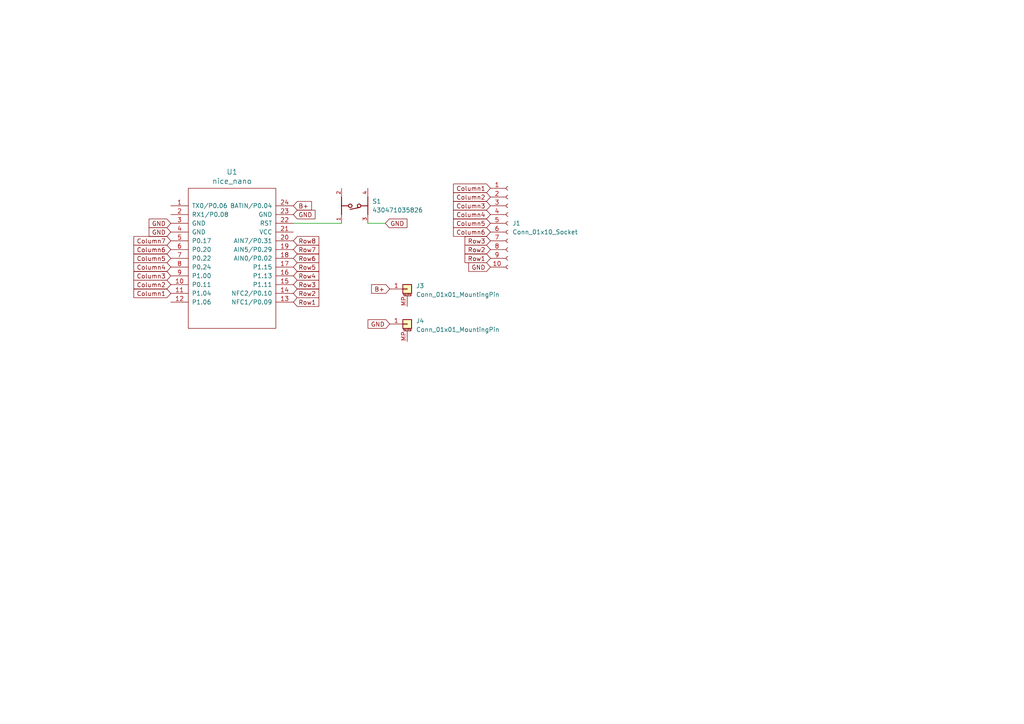
<source format=kicad_sch>
(kicad_sch (version 20230121) (generator eeschema)
  (paper "A4")
  (lib_symbols
    (symbol "Connector:Conn_01x10_Socket" (pin_names (offset 1.016) hide)
      (property "Reference" "J" (at 0 12.7 0))
      (property "Value" "Conn_01x10_Socket" (at 0 -15.24 0))
      (symbol "Conn_01x10_Socket_1_1"
        (arc (start 0 -12.192) (mid -0.5058 -12.7) (end 0 -13.208) (stroke (width 0.1524)))
        (arc (start 0 -9.652) (mid -0.5058 -10.16) (end 0 -10.668) (stroke (width 0.1524)))
        (arc (start 0 -7.112) (mid -0.5058 -7.62) (end 0 -8.128) (stroke (width 0.1524)))
        (arc (start 0 -4.572) (mid -0.5058 -5.08) (end 0 -5.588) (stroke (width 0.1524)))
        (arc (start 0 -2.032) (mid -0.5058 -2.54) (end 0 -3.048) (stroke (width 0.1524)))
        (polyline (pts (xy -1.27 -12.7) (xy -0.508 -12.7)) (stroke (width 0.1524)))
        (polyline (pts (xy -1.27 -10.16) (xy -0.508 -10.16)) (stroke (width 0.1524)))
        (polyline (pts (xy -1.27 -7.62) (xy -0.508 -7.62)) (stroke (width 0.1524)))
        (polyline (pts (xy -1.27 -5.08) (xy -0.508 -5.08)) (stroke (width 0.1524)))
        (polyline (pts (xy -1.27 -2.54) (xy -0.508 -2.54)) (stroke (width 0.1524)))
        (polyline (pts (xy -1.27 0) (xy -0.508 0)) (stroke (width 0.1524)))
        (polyline (pts (xy -1.27 2.54) (xy -0.508 2.54)) (stroke (width 0.1524)))
        (polyline (pts (xy -1.27 5.08) (xy -0.508 5.08)) (stroke (width 0.1524)))
        (polyline (pts (xy -1.27 7.62) (xy -0.508 7.62)) (stroke (width 0.1524)))
        (polyline (pts (xy -1.27 10.16) (xy -0.508 10.16)) (stroke (width 0.1524)))
        (arc (start 0 0.508) (mid -0.5058 0) (end 0 -0.508) (stroke (width 0.1524)))
        (arc (start 0 3.048) (mid -0.5058 2.54) (end 0 2.032) (stroke (width 0.1524)))
        (arc (start 0 5.588) (mid -0.5058 5.08) (end 0 4.572) (stroke (width 0.1524)))
        (arc (start 0 8.128) (mid -0.5058 7.62) (end 0 7.112) (stroke (width 0.1524)))
        (arc (start 0 10.668) (mid -0.5058 10.16) (end 0 9.652) (stroke (width 0.1524)))
        (pin passive line (at -5.08 10.16 0) (length 3.81) (name "Pin_1") (number "1"))
        (pin passive line (at -5.08 -12.7 0) (length 3.81) (name "Pin_10") (number "10"))
        (pin passive line (at -5.08 7.62 0) (length 3.81) (name "Pin_2") (number "2"))
        (pin passive line (at -5.08 5.08 0) (length 3.81) (name "Pin_3") (number "3"))
        (pin passive line (at -5.08 2.54 0) (length 3.81) (name "Pin_4") (number "4"))
        (pin passive line (at -5.08 0 0) (length 3.81) (name "Pin_5") (number "5"))
        (pin passive line (at -5.08 -2.54 0) (length 3.81) (name "Pin_6") (number "6"))
        (pin passive line (at -5.08 -5.08 0) (length 3.81) (name "Pin_7") (number "7"))
        (pin passive line (at -5.08 -7.62 0) (length 3.81) (name "Pin_8") (number "8"))
        (pin passive line (at -5.08 -10.16 0) (length 3.81) (name "Pin_9") (number "9"))
      )
    )
    (symbol "Connector_Generic_MountingPin:Conn_01x01_MountingPin" (pin_names (offset 1.016) hide)
      (property "Reference" "J" (at 0 2.54 0))
      (property "Value" "Conn_01x01_MountingPin" (at 1.27 -2.54 0))
      (symbol "Conn_01x01_MountingPin_1_1"
        (rectangle (start -1.27 0.127) (end 0 -0.127) (stroke (width 0.1524)))
        (rectangle (start -1.27 1.27) (end 1.27 -1.27) (stroke (width 0.254)) (fill (type background)))
        (polyline (pts (xy -1.016 -2.032) (xy 1.016 -2.032)) (stroke (width 0.1524)))
        (text "Mounting" (at 0 -1.651 0) (effects (font (size 0.381 0.381))))
        (pin passive line (at -5.08 0 0) (length 3.81) (name "Pin_1") (number "1"))
        (pin passive line (at 0 -5.08 90) (length 3.048) (name "MountPin") (number "MP"))
      )
    )
    (symbol "ResetSwitch:430471035826" (pin_names (offset 1.016))
      (property "Reference" "S" (at 0 5.842 0))
      (property "Value" "430471035826" (at 0 -5.08 0))
      (symbol "430471035826_0_0"
        (polyline (pts (xy -2.54 -2.54) (xy 0 -2.54)) (stroke (width 0.254)))
        (polyline (pts (xy -2.54 5.08) (xy 0 5.08)) (stroke (width 0.254)))
        (polyline (pts (xy -0.47 -0.2) (xy -1.04 2.61)) (stroke (width 0.254)))
        (polyline (pts (xy 0 -2.54) (xy 2.54 -2.54)) (stroke (width 0.254)))
        (polyline (pts (xy 0 -0.535) (xy 0 -2.54)) (stroke (width 0.254)))
        (polyline (pts (xy 0 3.075) (xy 0 5.08)) (stroke (width 0.254)))
        (polyline (pts (xy 0 5.08) (xy 2.54 5.08)) (stroke (width 0.254)))
        (circle (center 0 0) (radius 0.508) (stroke (width 0.254)))
        (circle (center 0 2.54) (radius 0.508) (stroke (width 0.254)))
        (pin passive line (at -5.08 5.08 0) (length 2.54) (name "~") (number "1"))
        (pin passive line (at 5.08 5.08 180) (length 2.54) (name "~") (number "2"))
        (pin passive line (at -5.08 -2.54 0) (length 2.54) (name "~") (number "3"))
        (pin passive line (at 5.08 -2.54 180) (length 2.54) (name "~") (number "4"))
      )
    )
    (symbol "nice_nano:nice_nano" (pin_names (offset 1.016))
      (property "Reference" "U" (at 0 0 0))
      (property "Value" "nice_nano" (at 0 2.54 0))
      (symbol "nice_nano_0_1"
        (rectangle (start -12.7 -21.59) (end 12.7 19.05))
      )
      (symbol "nice_nano_1_1"
        (pin input line (at -17.78 13.97 0) (length 5.08) (name "TX0/P0.06") (number "1"))
        (pin input line (at -17.78 -8.89 0) (length 5.08) (name "P0.11") (number "10"))
        (pin input line (at -17.78 -11.43 0) (length 5.08) (name "P1.04") (number "11"))
        (pin input line (at -17.78 -13.97 0) (length 5.08) (name "P1.06") (number "12"))
        (pin input line (at 17.78 -13.97 180) (length 5.08) (name "NFC1/P0.09") (number "13"))
        (pin input line (at 17.78 -11.43 180) (length 5.08) (name "NFC2/P0.10") (number "14"))
        (pin input line (at 17.78 -8.89 180) (length 5.08) (name "P1.11") (number "15"))
        (pin input line (at 17.78 -6.35 180) (length 5.08) (name "P1.13") (number "16"))
        (pin input line (at 17.78 -3.81 180) (length 5.08) (name "P1.15") (number "17"))
        (pin input line (at 17.78 -1.27 180) (length 5.08) (name "AIN0/P0.02") (number "18"))
        (pin input line (at 17.78 1.27 180) (length 5.08) (name "AIN5/P0.29") (number "19"))
        (pin input line (at -17.78 11.43 0) (length 5.08) (name "RX1/P0.08") (number "2"))
        (pin input line (at 17.78 3.81 180) (length 5.08) (name "AIN7/P0.31") (number "20"))
        (pin input line (at 17.78 6.35 180) (length 5.08) (name "VCC") (number "21"))
        (pin input line (at 17.78 8.89 180) (length 5.08) (name "RST") (number "22"))
        (pin input line (at 17.78 11.43 180) (length 5.08) (name "GND") (number "23"))
        (pin input line (at 17.78 13.97 180) (length 5.08) (name "BATIN/P0.04") (number "24"))
        (pin input line (at -17.78 8.89 0) (length 5.08) (name "GND") (number "3"))
        (pin input line (at -17.78 6.35 0) (length 5.08) (name "GND") (number "4"))
        (pin input line (at -17.78 3.81 0) (length 5.08) (name "P0.17") (number "5"))
        (pin input line (at -17.78 1.27 0) (length 5.08) (name "P0.20") (number "6"))
        (pin input line (at -17.78 -1.27 0) (length 5.08) (name "P0.22") (number "7"))
        (pin input line (at -17.78 -3.81 0) (length 5.08) (name "P0.24") (number "8"))
        (pin input line (at -17.78 -6.35 0) (length 5.08) (name "P1.00") (number "9"))
      )
    )
  )
  (wire (pts (xy 85.09 64.77) (xy 99.06 64.77)))
  (wire (pts (xy 106.68 64.77) (xy 111.76 64.77)))
  (global_label "Column1" (shape input) (at 49.53 85.09 180) (property "Intersheetrefs" "${INTERSHEET_REFS}" (effects hide)))
  (global_label "Column6" (shape input) (at 142.24 67.31 180) (property "Intersheetrefs" "${INTERSHEET_REFS}" (effects hide)))
  (global_label "Column1" (shape input) (at 142.24 54.61 180) (property "Intersheetrefs" "${INTERSHEET_REFS}" (effects hide)))
  (global_label "Column3" (shape input) (at 49.53 80.01 180) (property "Intersheetrefs" "${INTERSHEET_REFS}" (effects hide)))
  (global_label "Column3" (shape input) (at 142.24 59.69 180) (property "Intersheetrefs" "${INTERSHEET_REFS}" (effects hide)))
  (global_label "B+" (shape input) (at 113.03 83.82 180) (property "Intersheetrefs" "${INTERSHEET_REFS}" (effects hide)))
  (global_label "GND" (shape input) (at 85.09 62.23 0) (property "Intersheetrefs" "${INTERSHEET_REFS}" (effects hide)))
  (global_label "Row3" (shape input) (at 85.09 82.55 0) (property "Intersheetrefs" "${INTERSHEET_REFS}" (effects hide)))
  (global_label "Column2" (shape input) (at 49.53 82.55 180) (property "Intersheetrefs" "${INTERSHEET_REFS}" (effects hide)))
  (global_label "GND" (shape input) (at 49.53 67.31 180) (property "Intersheetrefs" "${INTERSHEET_REFS}" (effects hide)))
  (global_label "GND" (shape input) (at 142.24 77.47 180) (property "Intersheetrefs" "${INTERSHEET_REFS}" (effects hide)))
  (global_label "Column4" (shape input) (at 142.24 62.23 180) (property "Intersheetrefs" "${INTERSHEET_REFS}" (effects hide)))
  (global_label "Column6" (shape input) (at 49.53 72.39 180) (property "Intersheetrefs" "${INTERSHEET_REFS}" (effects hide)))
  (global_label "Row6" (shape input) (at 85.09 74.93 0) (property "Intersheetrefs" "${INTERSHEET_REFS}" (effects hide)))
  (global_label "Row2" (shape input) (at 142.24 72.39 180) (property "Intersheetrefs" "${INTERSHEET_REFS}" (effects hide)))
  (global_label "Row3" (shape input) (at 142.24 69.85 180) (property "Intersheetrefs" "${INTERSHEET_REFS}" (effects hide)))
  (global_label "Row1" (shape input) (at 142.24 74.93 180) (property "Intersheetrefs" "${INTERSHEET_REFS}" (effects hide)))
  (global_label "GND" (shape input) (at 113.03 93.98 180) (property "Intersheetrefs" "${INTERSHEET_REFS}" (effects hide)))
  (global_label "GND" (shape input) (at 49.53 64.77 180) (property "Intersheetrefs" "${INTERSHEET_REFS}" (effects hide)))
  (global_label "B+" (shape input) (at 85.09 59.69 0) (property "Intersheetrefs" "${INTERSHEET_REFS}" (effects hide)))
  (global_label "Row2" (shape input) (at 85.09 85.09 0) (property "Intersheetrefs" "${INTERSHEET_REFS}" (effects hide)))
  (global_label "Row7" (shape input) (at 85.09 72.39 0) (property "Intersheetrefs" "${INTERSHEET_REFS}" (effects hide)))
  (global_label "Row5" (shape input) (at 85.09 77.47 0) (property "Intersheetrefs" "${INTERSHEET_REFS}" (effects hide)))
  (global_label "Row1" (shape input) (at 85.09 87.63 0) (property "Intersheetrefs" "${INTERSHEET_REFS}" (effects hide)))
  (global_label "Column4" (shape input) (at 49.53 77.47 180) (property "Intersheetrefs" "${INTERSHEET_REFS}" (effects hide)))
  (global_label "Column7" (shape input) (at 49.53 69.85 180) (property "Intersheetrefs" "${INTERSHEET_REFS}" (effects hide)))
  (global_label "Column5" (shape input) (at 142.24 64.77 180) (property "Intersheetrefs" "${INTERSHEET_REFS}" (effects hide)))
  (global_label "Column2" (shape input) (at 142.24 57.15 180) (property "Intersheetrefs" "${INTERSHEET_REFS}" (effects hide)))
  (global_label "Row8" (shape input) (at 85.09 69.85 0) (property "Intersheetrefs" "${INTERSHEET_REFS}" (effects hide)))
  (global_label "Column5" (shape input) (at 49.53 74.93 180) (property "Intersheetrefs" "${INTERSHEET_REFS}" (effects hide)))
  (global_label "Row4" (shape input) (at 85.09 80.01 0) (property "Intersheetrefs" "${INTERSHEET_REFS}" (effects hide)))
  (global_label "GND" (shape input) (at 111.76 64.77 0) (property "Intersheetrefs" "${INTERSHEET_REFS}" (effects hide)))
  (symbol (lib_id "nice_nano:nice_nano") (at 67.31 73.66 0) (unit 1)
    (property "Reference" "U1" (at 67.31 49.8602 0) (effects (font (size 1.524 1.524))))
    (property "Value" "nice_nano" (at 67.31 52.5526 0) (effects (font (size 1.524 1.524))))
    (property "Footprint" "nice_nano:nice_nano" (effects hide))
  )
  (symbol (lib_id "Connector_Generic_MountingPin:Conn_01x01_MountingPin") (at 118.11 93.98 0) (unit 1)
    (property "Reference" "J4" (at 120.65 93.0656 0) (effects (justify left)))
    (property "Value" "Conn_01x01_MountingPin" (at 120.65 95.6056 0) (effects (justify left)))
  )
  (symbol (lib_id "ResetSwitch:430471035826") (at 104.14 59.69 90) (unit 1)
    (property "Reference" "S1" (at 107.95 58.42 90) (effects (justify right)))
    (property "Value" "430471035826" (at 107.95 60.96 90) (effects (justify right)))
    (property "Footprint" "ResetSwitch:430471035826" (effects hide))
    (property "MF" "Wurth Electronics Inc." (effects hide))
    (property "Description" "\nTactile Switch SPST-NO Top Actuated Surface Mount\n" (effects hide))
    (property "Package" "None" (effects hide))
    (property "Price" "None" (effects hide))
    (property "VALUE" "430471035826" (effects hide))
    (property "QTY" "2000" (effects hide))
    (property "SnapEDA_Link" "https://www.snapeda.com/parts/430471035826/Wurth+Electronics+Inc/view-part/?ref=snap" (effects hide))
    (property "DATASHEET-URL" "https://www.we-online.com/redexpert/spec/430471035826?ae" (effects hide))
    (property "MP" "430471035826" (effects hide))
    (property "PART-NUMBER" "430471035826" (effects hide))
    (property "OPERATION-FORCE" "260g" (effects hide))
    (property "HEIGHT" "3.5mm" (effects hide))
    (property "Availability" "In Stock" (effects hide))
    (property "Check_prices" "https://www.snapeda.com/parts/430471035826/Wurth+Electronics+Inc/view-part/?ref=eda" (effects hide))
  )
  (symbol (lib_id "Connector:Conn_01x10_Socket") (at 147.32 64.77 0) (unit 1)
    (property "Reference" "J1" (at 148.59 64.77 0) (effects (justify left)))
    (property "Value" "Conn_01x10_Socket" (at 148.59 67.31 0) (effects (justify left)))
    (property "Footprint" "connector:GCT_FFC2B28-10-G" (effects hide))
  )
  (symbol (lib_id "Connector_Generic_MountingPin:Conn_01x01_MountingPin") (at 118.11 83.82 0) (unit 1)
    (property "Reference" "J3" (at 120.65 82.9056 0) (effects (justify left)))
    (property "Value" "Conn_01x01_MountingPin" (at 120.65 85.4456 0) (effects (justify left)))
  )
)
</source>
